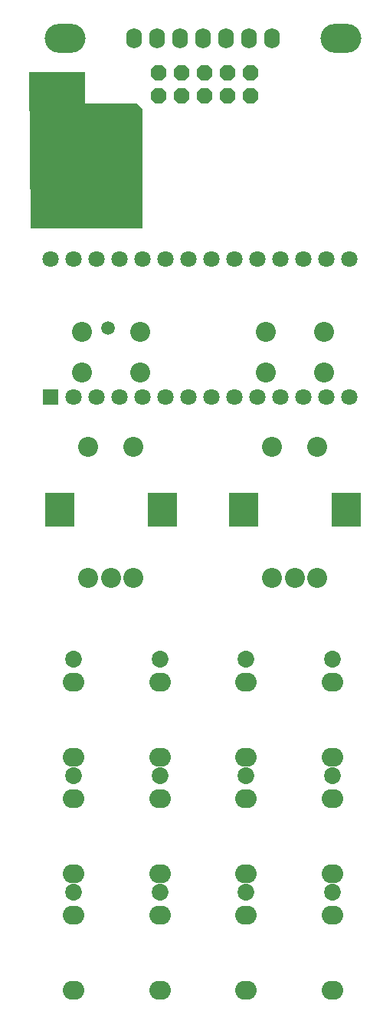
<source format=gbs>
G04 DipTrace 3.1.0.0*
G04 uO_c1.1.GBS*
%MOIN*%
G04 #@! TF.FileFunction,Soldermask,Bot*
G04 #@! TF.Part,Single*
%AMOUTLINE2*5,1,8,0,0,0.074,-202.499184*%
%ADD49C,0.059055*%
%ADD60O,0.177291X0.12611*%
%ADD64O,0.068X0.088*%
%ADD72C,0.070992*%
%ADD74R,0.070992X0.070992*%
%ADD82C,0.073*%
%ADD84O,0.093X0.083*%
%ADD86R,0.12611X0.145795*%
%ADD88C,0.08674*%
%ADD110OUTLINE2*%
%FSLAX26Y26*%
G04*
G70*
G90*
G75*
G01*
G04 BotMask*
%LPD*%
D88*
X1567194Y2248821D3*
X1665619D3*
X1468769D3*
X1665619Y2819687D3*
X1468769D3*
D86*
X1342784Y2544096D3*
X1791603D3*
D88*
X767194Y2248821D3*
X865619D3*
X668769D3*
X865619Y2819687D3*
X668769D3*
D86*
X542784Y2544096D3*
X991603D3*
D84*
X1729694Y781096D3*
Y456096D3*
D82*
Y881096D3*
D84*
X1354694Y781096D3*
Y456096D3*
D82*
Y881096D3*
D84*
X979694Y781096D3*
Y456096D3*
D82*
Y881096D3*
D84*
X604694Y781096D3*
Y456096D3*
D82*
Y881096D3*
D84*
X1729694Y1793596D3*
Y1468596D3*
D82*
Y1893596D3*
D84*
X1354694Y1793596D3*
Y1468596D3*
D82*
Y1893596D3*
D84*
X979694Y1793596D3*
Y1468596D3*
D82*
Y1893596D3*
D84*
X604694Y1793596D3*
Y1468596D3*
D82*
Y1893596D3*
D84*
X1729694Y1287347D3*
Y962347D3*
D82*
Y1387347D3*
D84*
X1354694Y1287347D3*
Y962347D3*
D82*
Y1387347D3*
D84*
X979694Y1287347D3*
Y962347D3*
D82*
Y1387347D3*
D84*
X604694Y1287347D3*
Y962347D3*
D82*
Y1387347D3*
D110*
X1373443Y4444096D3*
Y4344096D3*
X1273443Y4444096D3*
Y4344096D3*
X1173443Y4444096D3*
Y4344096D3*
X1073443Y4444096D3*
Y4344096D3*
X973443Y4444096D3*
Y4344096D3*
D74*
X504694Y3035977D3*
D72*
X604694D3*
X704694D3*
X804694D3*
X904694D3*
X1004694D3*
X1104694D3*
X1204694D3*
X1304694D3*
X1404694D3*
X1504694D3*
X1604694D3*
X1704694D3*
X1804694D3*
Y3635977D3*
X1704694D3*
X1604694D3*
X1504694D3*
X1404694D3*
X1304694D3*
X1204694D3*
X1104694D3*
X1004694D3*
X904694D3*
X804694D3*
X704694D3*
X604694D3*
X504694D3*
D88*
X1695147Y3318309D3*
Y3141144D3*
X1439241D3*
Y3318309D3*
X639241Y3141144D3*
Y3318309D3*
X895147D3*
Y3141144D3*
D64*
X1467131Y4593656D3*
X1367131D3*
X1267131D3*
X1167131D3*
X1067131D3*
X967131D3*
X867131D3*
D49*
X754662Y3336089D3*
D60*
X567162Y4594089D3*
X1767162D3*
G36*
X904690Y3768734D2*
X417241D1*
X410992Y4449913D1*
X654716D1*
Y4312427D1*
X879693D1*
X904690Y4287430D1*
D1*
Y3768734D1*
G37*
M02*

</source>
